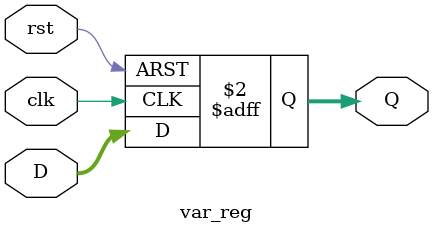
<source format=v>
module var_reg #(parameter size = 8)(
    input [size-1:0] D,
    input clk,
    input rst,
    output reg [size-1:0] Q
);

    always @(posedge clk, posedge rst)
    begin
        if (rst)
            Q <= 'bz;
        else
            Q <= D;
    end
endmodule 

</source>
